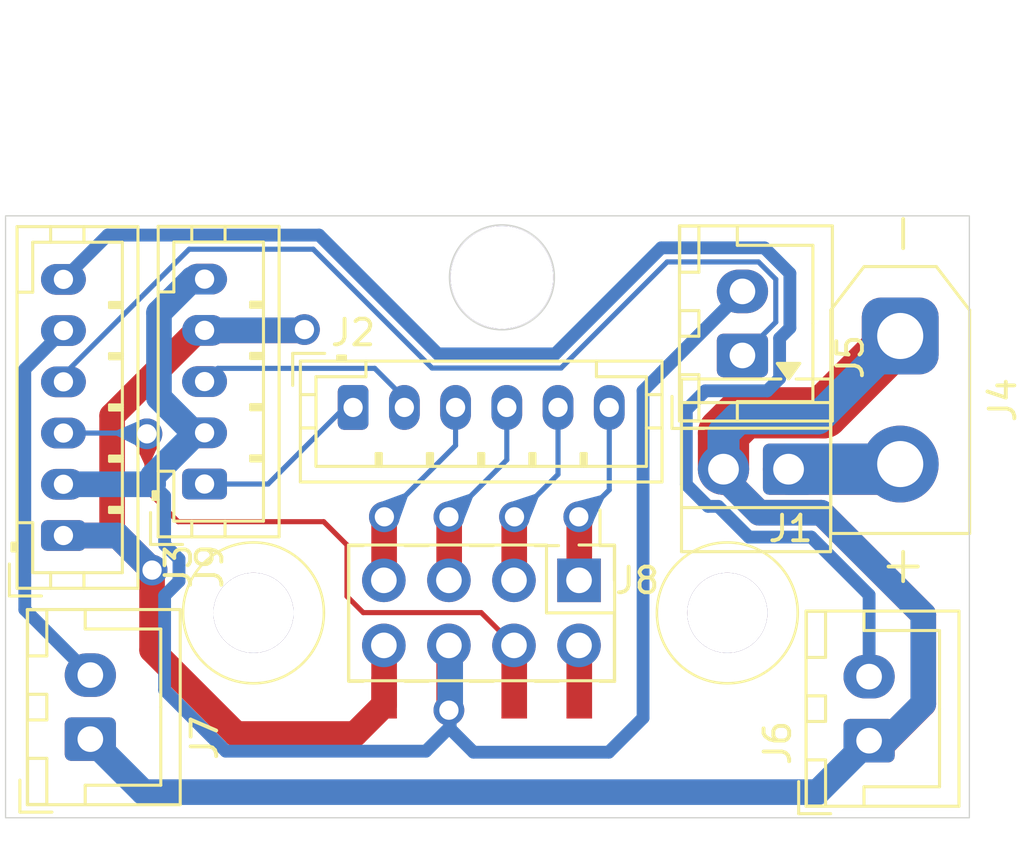
<source format=kicad_pcb>
(kicad_pcb (version 20241229) (generator "pcbnew") (generator_version "9.0")
  (title_block (title "JourneyMaker Toolhead PCB") (date "2025-09-10") (rev "0.5") (company "Colin Ng"))
  (layers (0 "F.Cu" signal) (2 "B.Cu" signal) (13 "F.Paste" user) (15 "B.Paste" user) (5 "F.SilkS" user "F.Silkscreen") (7 "B.SilkS" user "B.Silkscreen") (1 "F.Mask" user) (3 "B.Mask" user) (25 "Edge.Cuts" user))
  (net 0 "")
  (net 1 "Net-(J1-Pin_1)")
  (net 2 "Net-(J1-Pin_2)")
  (net 3 "Net-(J3-Pin_4)")
  (net 4 "Net-(J3-Pin_5)")
  (net 5 "Net-(J3-Pin_6)")
  (net 6 "Net-(J2-Pin_1)")
  (net 7 "Net-(J2-Pin_2)")
  (net 8 "Net-(J10-Pin_1)")
  (net 9 "Net-(J10-Pin_3)")
  (net 10 "Net-(J10-Pin_5)")
  (net 11 "Net-(J10-Pin_7)")
  (net 12 "Net-(J10-Pin_4)")
  (net 13 "Net-(J10-Pin_8)")
  (net 14 "Net-(J10-Pin_6)")
  (net 15 "Net-(J10-Pin_2)")
  (footprint "Connector_JST:JST_PH_B6B-PH-K_1x06_P2.00mm_Vertical" (layer "F.Cu") (at 100.33 62.48 90)
    (property "Reference" "J3" (at -1.21 4.49 90) (layer "F.SilkS"))
    (property "Value" "PicoC")
    (fp_line (start -1.11 -2.11) (end -2.36 -2.11) (stroke (width 0.12)) (layer "F.SilkS"))
    (fp_line (start -2.36 -2.11) (end -2.36 -0.86) (stroke (width 0.12)) (layer "F.SilkS"))
    (fp_line (start -0.3 -2.01) (end -0.6 -2.01) (stroke (width 0.12)) (layer "F.SilkS"))
    (fp_line (start -0.6 -2.01) (end -0.6 -1.81) (stroke (width 0.12)) (layer "F.SilkS"))
    (fp_line (start -0.3 -1.91) (end -0.6 -1.91) (stroke (width 0.12)) (layer "F.SilkS"))
    (fp_line (start 12.06 -1.81) (end -2.06 -1.81) (stroke (width 0.12)) (layer "F.SilkS"))
    (fp_line (start 0.5 -1.81) (end 0.5 -1.2) (stroke (width 0.12)) (layer "F.SilkS"))
    (fp_line (start -0.3 -1.81) (end -0.3 -2.01) (stroke (width 0.12)) (layer "F.SilkS"))
    (fp_line (start -2.06 -1.81) (end -2.06 2.91) (stroke (width 0.12)) (layer "F.SilkS"))
    (fp_line (start 11.45 -1.2) (end 9.5 -1.2) (stroke (width 0.12)) (layer "F.SilkS"))
    (fp_line (start 9.5 -1.2) (end 9.5 -1.81) (stroke (width 0.12)) (layer "F.SilkS"))
    (fp_line (start 0.5 -1.2) (end -1.45 -1.2) (stroke (width 0.12)) (layer "F.SilkS"))
    (fp_line (start -1.45 -1.2) (end -1.45 2.3) (stroke (width 0.12)) (layer "F.SilkS"))
    (fp_line (start 12.06 -0.5) (end 11.45 -0.5) (stroke (width 0.12)) (layer "F.SilkS"))
    (fp_line (start -2.06 -0.5) (end -1.45 -0.5) (stroke (width 0.12)) (layer "F.SilkS"))
    (fp_line (start 12.06 0.8) (end 11.45 0.8) (stroke (width 0.12)) (layer "F.SilkS"))
    (fp_line (start -2.06 0.8) (end -1.45 0.8) (stroke (width 0.12)) (layer "F.SilkS"))
    (fp_line (start 9.1 1.8) (end 9.1 2.3) (stroke (width 0.12)) (layer "F.SilkS"))
    (fp_line (start 8.9 1.8) (end 9.1 1.8) (stroke (width 0.12)) (layer "F.SilkS"))
    (fp_line (start 7.1 1.8) (end 7.1 2.3) (stroke (width 0.12)) (layer "F.SilkS"))
    (fp_line (start 6.9 1.8) (end 7.1 1.8) (stroke (width 0.12)) (layer "F.SilkS"))
    (fp_line (start 5.1 1.8) (end 5.1 2.3) (stroke (width 0.12)) (layer "F.SilkS"))
    (fp_line (start 4.9 1.8) (end 5.1 1.8) (stroke (width 0.12)) (layer "F.SilkS"))
    (fp_line (start 3.1 1.8) (end 3.1 2.3) (stroke (width 0.12)) (layer "F.SilkS"))
    (fp_line (start 2.9 1.8) (end 3.1 1.8) (stroke (width 0.12)) (layer "F.SilkS"))
    (fp_line (start 1.1 1.8) (end 1.1 2.3) (stroke (width 0.12)) (layer "F.SilkS"))
    (fp_line (start 0.9 1.8) (end 1.1 1.8) (stroke (width 0.12)) (layer "F.SilkS"))
    (fp_line (start 11.45 2.3) (end 11.45 -1.2) (stroke (width 0.12)) (layer "F.SilkS"))
    (fp_line (start 9 2.3) (end 9 1.8) (stroke (width 0.12)) (layer "F.SilkS"))
    (fp_line (start 8.9 2.3) (end 8.9 1.8) (stroke (width 0.12)) (layer "F.SilkS"))
    (fp_line (start 7 2.3) (end 7 1.8) (stroke (width 0.12)) (layer "F.SilkS"))
    (fp_line (start 6.9 2.3) (end 6.9 1.8) (stroke (width 0.12)) (layer "F.SilkS"))
    (fp_line (start 5 2.3) (end 5 1.8) (stroke (width 0.12)) (layer "F.SilkS"))
    (fp_line (start 4.9 2.3) (end 4.9 1.8) (stroke (width 0.12)) (layer "F.SilkS"))
    (fp_line (start 3 2.3) (end 3 1.8) (stroke (width 0.12)) (layer "F.SilkS"))
    (fp_line (start 2.9 2.3) (end 2.9 1.8) (stroke (width 0.12)) (layer "F.SilkS"))
    (fp_line (start 1 2.3) (end 1 1.8) (stroke (width 0.12)) (layer "F.SilkS"))
    (fp_line (start 0.9 2.3) (end 0.9 1.8) (stroke (width 0.12)) (layer "F.SilkS"))
    (fp_line (start -1.45 2.3) (end 11.45 2.3) (stroke (width 0.12)) (layer "F.SilkS"))
    (fp_line (start 12.06 2.91) (end 12.06 -1.81) (stroke (width 0.12)) (layer "F.SilkS"))
    (fp_line (start -2.06 2.91) (end 12.06 2.91) (stroke (width 0.12)) (layer "F.SilkS"))
    (pad "1" thru_hole roundrect (at 0 0 90) (size 1.2 1.75) (drill 0.75) (layers "*.Cu" "*.Mask") (roundrect_rratio 0.208333) (net 13 "Net-(J10-Pin_8)"))
    (pad "2" thru_hole oval (at 2 0 90) (size 1.2 1.75) (drill 0.75) (layers "*.Cu" "*.Mask") (net 14 "Net-(J10-Pin_6)"))
    (pad "3" thru_hole oval (at 4 0 90) (size 1.2 1.75) (drill 0.75) (layers "*.Cu" "*.Mask") (net 12 "Net-(J10-Pin_4)"))
    (pad "4" thru_hole oval (at 6 0 90) (size 1.2 1.75) (drill 0.75) (layers "*.Cu" "*.Mask") (net 3 "Net-(J3-Pin_4)"))
    (pad "5" thru_hole oval (at 8 0 90) (size 1.2 1.75) (drill 0.75) (layers "*.Cu" "*.Mask") (net 4 "Net-(J3-Pin_5)"))
    (pad "6" thru_hole oval (at 10 0 90) (size 1.2 1.75) (drill 0.75) (layers "*.Cu" "*.Mask") (net 5 "Net-(J3-Pin_6)"))
  )
  (footprint "Connector_PinHeader_2.54mm:PinHeader_2x04_P2.54mm_Vertical_SMD" (layer "F.Cu") (at 116.66 65.525 -90)
    (property "Reference" "J8" (at -1.285 -6.07 0) (layer "F.SilkS"))
    (property "Value" "IR/ADXL")
    (fp_line (start -2.65 5.19) (end 2.65 5.19) (stroke (width 0.12)) (layer "F.SilkS"))
    (fp_line (start -2.65 4.62) (end -2.65 5.19) (stroke (width 0.12)) (layer "F.SilkS"))
    (fp_line (start 2.65 4.62) (end 2.65 5.19) (stroke (width 0.12)) (layer "F.SilkS"))
    (fp_line (start -2.65 2.08) (end -2.65 3) (stroke (width 0.12)) (layer "F.SilkS"))
    (fp_line (start 2.65 2.08) (end 2.65 3) (stroke (width 0.12)) (layer "F.SilkS"))
    (fp_line (start -2.65 -0.46) (end -2.65 0.46) (stroke (width 0.12)) (layer "F.SilkS"))
    (fp_line (start 2.65 -0.46) (end 2.65 0.46) (stroke (width 0.12)) (layer "F.SilkS"))
    (fp_line (start -2.65 -3) (end -2.65 -2.08) (stroke (width 0.12)) (layer "F.SilkS"))
    (fp_line (start 2.65 -3) (end 2.65 -2.08) (stroke (width 0.12)) (layer "F.SilkS"))
    (fp_line (start -4.04 -4.62) (end -2.65 -4.62) (stroke (width 0.12)) (layer "F.SilkS"))
    (fp_line (start -2.65 -5.19) (end -2.65 -4.62) (stroke (width 0.12)) (layer "F.SilkS"))
    (fp_line (start -2.65 -5.19) (end 2.65 -5.19) (stroke (width 0.12)) (layer "F.SilkS"))
    (fp_line (start 2.65 -5.19) (end 2.65 -4.62) (stroke (width 0.12)) (layer "F.SilkS"))
    (pad "1" smd rect (at -2.525 -3.81 270) (size 3.15 1) (layers "F.Cu" "F.Mask" "F.Paste") (net 8 "Net-(J10-Pin_1)"))
    (pad "2" smd rect (at 2.525 -3.81 270) (size 3.15 1) (layers "F.Cu" "F.Mask" "F.Paste") (net 15 "Net-(J10-Pin_2)"))
    (pad "3" smd rect (at -2.525 -1.27 270) (size 3.15 1) (layers "F.Cu" "F.Mask" "F.Paste") (net 9 "Net-(J10-Pin_3)"))
    (pad "4" smd rect (at 2.525 -1.27 270) (size 3.15 1) (layers "F.Cu" "F.Mask" "F.Paste") (net 12 "Net-(J10-Pin_4)"))
    (pad "5" smd rect (at -2.525 1.27 270) (size 3.15 1) (layers "F.Cu" "F.Mask" "F.Paste") (net 10 "Net-(J10-Pin_5)"))
    (pad "6" smd rect (at 2.525 1.27 270) (size 3.15 1) (layers "F.Cu" "F.Mask" "F.Paste") (net 14 "Net-(J10-Pin_6)"))
    (pad "7" smd rect (at -2.525 3.81 270) (size 3.15 1) (layers "F.Cu" "F.Mask" "F.Paste") (net 11 "Net-(J10-Pin_7)"))
    (pad "8" smd rect (at 2.525 3.81 270) (size 3.15 1) (layers "F.Cu" "F.Mask" "F.Paste") (net 13 "Net-(J10-Pin_8)"))
  )
  (footprint "Connector_PinHeader_2.54mm:PinHeader_2x04_P2.54mm_Vertical" (layer "F.Cu") (at 120.46 64.23 -90)
    (property "Reference" "J10" (hide yes))
    (property "Value" "Conn_02x04_Odd_Even" (hide yes))
    (fp_line (start -1.38 9) (end 3.92 9) (stroke (width 0.12)) (layer "F.SilkS"))
    (fp_line (start -1.38 1.27) (end -1.38 9) (stroke (width 0.12)) (layer "F.SilkS"))
    (fp_line (start -1.38 1.27) (end 1.27 1.27) (stroke (width 0.12)) (layer "F.SilkS"))
    (fp_line (start 1.27 1.27) (end 1.27 -1.38) (stroke (width 0.12)) (layer "F.SilkS"))
    (fp_line (start -1.38 0) (end -1.38 -1.38) (stroke (width 0.12)) (layer "F.SilkS"))
    (fp_line (start -1.38 -1.38) (end 0 -1.38) (stroke (width 0.12)) (layer "F.SilkS"))
    (fp_line (start 1.27 -1.38) (end 3.92 -1.38) (stroke (width 0.12)) (layer "F.SilkS"))
    (fp_line (start 3.92 -1.38) (end 3.92 9) (stroke (width 0.12)) (layer "F.SilkS"))
    (pad "1" thru_hole rect (at 0 0 270) (size 1.7 1.7) (drill 1) (layers "*.Cu" "*.Mask") (net 8 "Net-(J10-Pin_1)"))
    (pad "2" thru_hole circle (at 2.54 0 270) (size 1.7 1.7) (drill 1) (layers "*.Cu" "*.Mask") (net 15 "Net-(J10-Pin_2)"))
    (pad "3" thru_hole circle (at 0 2.54 270) (size 1.7 1.7) (drill 1) (layers "*.Cu" "*.Mask") (net 9 "Net-(J10-Pin_3)"))
    (pad "4" thru_hole circle (at 2.54 2.54 270) (size 1.7 1.7) (drill 1) (layers "*.Cu" "*.Mask") (net 12 "Net-(J10-Pin_4)"))
    (pad "5" thru_hole circle (at 0 5.08 270) (size 1.7 1.7) (drill 1) (layers "*.Cu" "*.Mask") (net 10 "Net-(J10-Pin_5)"))
    (pad "6" thru_hole circle (at 2.54 5.08 270) (size 1.7 1.7) (drill 1) (layers "*.Cu" "*.Mask") (net 14 "Net-(J10-Pin_6)"))
    (pad "7" thru_hole circle (at 0 7.62 270) (size 1.7 1.7) (drill 1) (layers "*.Cu" "*.Mask") (net 11 "Net-(J10-Pin_7)"))
    (pad "8" thru_hole circle (at 2.54 7.62 270) (size 1.7 1.7) (drill 1) (layers "*.Cu" "*.Mask") (net 13 "Net-(J10-Pin_8)"))
  )
  (footprint "Connector_AMASS:AMASS_XT30UPB-F_1x02_P5.0mm_Vertical" (layer "F.Cu") (at 133 54.69 -90)
    (property "Reference" "J4" (at 2.5 -4 270) (layer "F.SilkS"))
    (property "Value" "Heater")
    (fp_line (start -1.01 2.71) (end 7.71 2.71) (stroke (width 0.12)) (layer "F.SilkS"))
    (fp_line (start -2.71 1.41) (end -1.01 2.71) (stroke (width 0.12)) (layer "F.SilkS"))
    (fp_line (start -2.71 -1.41) (end -2.71 1.41) (stroke (width 0.12)) (layer "F.SilkS"))
    (fp_line (start -2.71 -1.41) (end -1.01 -2.71) (stroke (width 0.12)) (layer "F.SilkS"))
    (fp_line (start -1.01 -2.71) (end 7.71 -2.71) (stroke (width 0.12)) (layer "F.SilkS"))
    (fp_line (start 7.71 -2.71) (end 7.71 2.71) (stroke (width 0.12)) (layer "F.SilkS"))
    (fp_text user "-" (at -4 0 270) (layer "F.SilkS") (effects (font (size 1.5 1.5))))
    (fp_text user "+" (at 9 0 270) (layer "F.SilkS") (effects (font (size 1.5 1.5))))
    (pad "1" thru_hole roundrect (at 0 0 270) (size 3 3) (drill 1.8) (layers "*.Cu" "*.Mask") (net 2 "Net-(J1-Pin_2)"))
    (pad "2" thru_hole circle (at 5 0 270) (size 3 3) (drill 1.8) (layers "*.Cu" "*.Mask") (net 1 "Net-(J1-Pin_1)"))
  )
  (footprint "Connector_JST:JST_PH_B5B-PH-K_1x05_P2.00mm_Vertical" (layer "F.Cu") (at 105.84 60.47 90)
    (property "Reference" "J9" (at -3.22 0.2 90) (layer "F.SilkS"))
    (property "Value" "MicroProbe")
    (fp_line (start -1.11 -2.11) (end -2.36 -2.11) (stroke (width 0.12)) (layer "F.SilkS"))
    (fp_line (start -2.36 -2.11) (end -2.36 -0.86) (stroke (width 0.12)) (layer "F.SilkS"))
    (fp_line (start -0.3 -2.01) (end -0.6 -2.01) (stroke (width 0.12)) (layer "F.SilkS"))
    (fp_line (start -0.6 -2.01) (end -0.6 -1.81) (stroke (width 0.12)) (layer "F.SilkS"))
    (fp_line (start -0.3 -1.91) (end -0.6 -1.91) (stroke (width 0.12)) (layer "F.SilkS"))
    (fp_line (start 10.06 -1.81) (end -2.06 -1.81) (stroke (width 0.12)) (layer "F.SilkS"))
    (fp_line (start 0.5 -1.81) (end 0.5 -1.2) (stroke (width 0.12)) (layer "F.SilkS"))
    (fp_line (start -0.3 -1.81) (end -0.3 -2.01) (stroke (width 0.12)) (layer "F.SilkS"))
    (fp_line (start -2.06 -1.81) (end -2.06 2.91) (stroke (width 0.12)) (layer "F.SilkS"))
    (fp_line (start 9.45 -1.2) (end 7.5 -1.2) (stroke (width 0.12)) (layer "F.SilkS"))
    (fp_line (start 7.5 -1.2) (end 7.5 -1.81) (stroke (width 0.12)) (layer "F.SilkS"))
    (fp_line (start 0.5 -1.2) (end -1.45 -1.2) (stroke (width 0.12)) (layer "F.SilkS"))
    (fp_line (start -1.45 -1.2) (end -1.45 2.3) (stroke (width 0.12)) (layer "F.SilkS"))
    (fp_line (start 10.06 -0.5) (end 9.45 -0.5) (stroke (width 0.12)) (layer "F.SilkS"))
    (fp_line (start -2.06 -0.5) (end -1.45 -0.5) (stroke (width 0.12)) (layer "F.SilkS"))
    (fp_line (start 10.06 0.8) (end 9.45 0.8) (stroke (width 0.12)) (layer "F.SilkS"))
    (fp_line (start -2.06 0.8) (end -1.45 0.8) (stroke (width 0.12)) (layer "F.SilkS"))
    (fp_line (start 7.1 1.8) (end 7.1 2.3) (stroke (width 0.12)) (layer "F.SilkS"))
    (fp_line (start 6.9 1.8) (end 7.1 1.8) (stroke (width 0.12)) (layer "F.SilkS"))
    (fp_line (start 5.1 1.8) (end 5.1 2.3) (stroke (width 0.12)) (layer "F.SilkS"))
    (fp_line (start 4.9 1.8) (end 5.1 1.8) (stroke (width 0.12)) (layer "F.SilkS"))
    (fp_line (start 3.1 1.8) (end 3.1 2.3) (stroke (width 0.12)) (layer "F.SilkS"))
    (fp_line (start 2.9 1.8) (end 3.1 1.8) (stroke (width 0.12)) (layer "F.SilkS"))
    (fp_line (start 1.1 1.8) (end 1.1 2.3) (stroke (width 0.12)) (layer "F.SilkS"))
    (fp_line (start 0.9 1.8) (end 1.1 1.8) (stroke (width 0.12)) (layer "F.SilkS"))
    (fp_line (start 9.45 2.3) (end 9.45 -1.2) (stroke (width 0.12)) (layer "F.SilkS"))
    (fp_line (start 7 2.3) (end 7 1.8) (stroke (width 0.12)) (layer "F.SilkS"))
    (fp_line (start 6.9 2.3) (end 6.9 1.8) (stroke (width 0.12)) (layer "F.SilkS"))
    (fp_line (start 5 2.3) (end 5 1.8) (stroke (width 0.12)) (layer "F.SilkS"))
    (fp_line (start 4.9 2.3) (end 4.9 1.8) (stroke (width 0.12)) (layer "F.SilkS"))
    (fp_line (start 3 2.3) (end 3 1.8) (stroke (width 0.12)) (layer "F.SilkS"))
    (fp_line (start 2.9 2.3) (end 2.9 1.8) (stroke (width 0.12)) (layer "F.SilkS"))
    (fp_line (start 1 2.3) (end 1 1.8) (stroke (width 0.12)) (layer "F.SilkS"))
    (fp_line (start 0.9 2.3) (end 0.9 1.8) (stroke (width 0.12)) (layer "F.SilkS"))
    (fp_line (start -1.45 2.3) (end 9.45 2.3) (stroke (width 0.12)) (layer "F.SilkS"))
    (fp_line (start 10.06 2.91) (end 10.06 -1.81) (stroke (width 0.12)) (layer "F.SilkS"))
    (fp_line (start -2.06 2.91) (end 10.06 2.91) (stroke (width 0.12)) (layer "F.SilkS"))
    (pad "1" thru_hole roundrect (at 0 0 90) (size 1.2 1.75) (drill 0.75) (layers "*.Cu" "*.Mask") (roundrect_rratio 0.208333) (net 6 "Net-(J2-Pin_1)"))
    (pad "2" thru_hole oval (at 2 0 90) (size 1.2 1.75) (drill 0.75) (layers "*.Cu" "*.Mask") (net 14 "Net-(J10-Pin_6)"))
    (pad "3" thru_hole oval (at 4 0 90) (size 1.2 1.75) (drill 0.75) (layers "*.Cu" "*.Mask") (net 7 "Net-(J2-Pin_2)"))
    (pad "4" thru_hole oval (at 6 0 90) (size 1.2 1.75) (drill 0.75) (layers "*.Cu" "*.Mask") (net 13 "Net-(J10-Pin_8)"))
    (pad "5" thru_hole oval (at 8 0 90) (size 1.2 1.75) (drill 0.75) (layers "*.Cu" "*.Mask") (net 14 "Net-(J10-Pin_6)"))
  )
  (footprint "TerminalBlock:TerminalBlock_Xinya_XY308-2.54-2P_1x02_P2.54mm_Horizontal" (layer "F.Cu") (at 128.64 59.89 180)
    (property "Reference" "J1" (at -0.08 -2.32 0) (layer "F.SilkS"))
    (property "Value" "PicoA")
    (fp_line (start 4.18 3.52) (end 0.3 3.52) (stroke (width 0.12)) (layer "F.SilkS"))
    (fp_line (start 4.18 -3.22) (end 4.18 3.52) (stroke (width 0.12)) (layer "F.SilkS"))
    (fp_line (start -0.3 3.52) (end -1.64 3.52) (stroke (width 0.12)) (layer "F.SilkS"))
    (fp_line (start -1.64 3.52) (end -1.64 -3.22) (stroke (width 0.12)) (layer "F.SilkS"))
    (fp_line (start -1.64 2.6) (end 4.18 2.6) (stroke (width 0.12)) (layer "F.SilkS"))
    (fp_line (start -1.64 1.6) (end 4.18 1.6) (stroke (width 0.12)) (layer "F.SilkS"))
    (fp_line (start -1.64 -1.5) (end 4.18 -1.5) (stroke (width 0.12)) (layer "F.SilkS"))
    (fp_line (start -1.64 -3.22) (end 4.18 -3.22) (stroke (width 0.12)) (layer "F.SilkS"))
    (fp_poly (pts (xy 0 3.52) (xy 0.44 4.13) (xy -0.44 4.13)) (stroke (width 0.12)) (fill yes) (layer "F.SilkS"))
    (pad "1" thru_hole roundrect (at 0 0 180) (size 2 2) (drill 1.2) (layers "*.Cu" "*.Mask") (roundrect_rratio 0.125) (net 1 "Net-(J1-Pin_1)"))
    (pad "2" thru_hole circle (at 2.54 0 180) (size 2 2) (drill 1.2) (layers "*.Cu" "*.Mask") (net 2 "Net-(J1-Pin_2)"))
  )
  (footprint "Connector_JST:JST_XH_B2B-XH-A_1x02_P2.50mm_Vertical" (layer "F.Cu") (at 126.84 55.45 90)
    (property "Reference" "J5" (at -0.06 4.21 270) (layer "F.SilkS"))
    (property "Value" "Thermistor")
    (fp_line (start -1.6 -2.75) (end -2.85 -2.75) (stroke (width 0.12)) (layer "F.SilkS"))
    (fp_line (start -2.85 -2.75) (end -2.85 -1.5) (stroke (width 0.12)) (layer "F.SilkS"))
    (fp_line (start 5.06 -2.46) (end -2.56 -2.46) (stroke (width 0.12)) (layer "F.SilkS"))
    (fp_line (start -2.56 -2.46) (end -2.56 3.51) (stroke (width 0.12)) (layer "F.SilkS"))
    (fp_line (start 5.05 -2.45) (end 3.25 -2.45) (stroke (width 0.12)) (layer "F.SilkS"))
    (fp_line (start 3.25 -2.45) (end 3.25 -1.7) (stroke (width 0.12)) (layer "F.SilkS"))
    (fp_line (start 1.75 -2.45) (end 0.75 -2.45) (stroke (width 0.12)) (layer "F.SilkS"))
    (fp_line (start 0.75 -2.45) (end 0.75 -1.7) (stroke (width 0.12)) (layer "F.SilkS"))
    (fp_line (start -0.75 -2.45) (end -2.55 -2.45) (stroke (width 0.12)) (layer "F.SilkS"))
    (fp_line (start -2.55 -2.45) (end -2.55 -1.7) (stroke (width 0.12)) (layer "F.SilkS"))
    (fp_line (start 5.05 -1.7) (end 5.05 -2.45) (stroke (width 0.12)) (layer "F.SilkS"))
    (fp_line (start 3.25 -1.7) (end 5.05 -1.7) (stroke (width 0.12)) (layer "F.SilkS"))
    (fp_line (start 1.75 -1.7) (end 1.75 -2.45) (stroke (width 0.12)) (layer "F.SilkS"))
    (fp_line (start 0.75 -1.7) (end 1.75 -1.7) (stroke (width 0.12)) (layer "F.SilkS"))
    (fp_line (start -0.75 -1.7) (end -0.75 -2.45) (stroke (width 0.12)) (layer "F.SilkS"))
    (fp_line (start -2.55 -1.7) (end -0.75 -1.7) (stroke (width 0.12)) (layer "F.SilkS"))
    (fp_line (start 5.05 -0.2) (end 4.3 -0.2) (stroke (width 0.12)) (layer "F.SilkS"))
    (fp_line (start 4.3 -0.2) (end 4.3 2.75) (stroke (width 0.12)) (layer "F.SilkS"))
    (fp_line (start -1.8 -0.2) (end -1.8 2.75) (stroke (width 0.12)) (layer "F.SilkS"))
    (fp_line (start -2.55 -0.2) (end -1.8 -0.2) (stroke (width 0.12)) (layer "F.SilkS"))
    (fp_line (start 4.3 2.75) (end 1.25 2.75) (stroke (width 0.12)) (layer "F.SilkS"))
    (fp_line (start -1.8 2.75) (end 1.25 2.75) (stroke (width 0.12)) (layer "F.SilkS"))
    (fp_line (start 5.06 3.51) (end 5.06 -2.46) (stroke (width 0.12)) (layer "F.SilkS"))
    (fp_line (start -2.56 3.51) (end 5.06 3.51) (stroke (width 0.12)) (layer "F.SilkS"))
    (pad "1" thru_hole roundrect (at 0 0 90) (size 1.7 2) (drill 1) (layers "*.Cu" "*.Mask") (roundrect_rratio 0.147059) (net 3 "Net-(J3-Pin_4)"))
    (pad "2" thru_hole oval (at 2.5 0 90) (size 1.7 2) (drill 1) (layers "*.Cu" "*.Mask") (net 14 "Net-(J10-Pin_6)"))
  )
  (footprint "Connector_JST:JST_PH_B6B-PH-K_1x06_P2.00mm_Vertical" (layer "F.Cu") (at 111.64 57.48)
    (property "Reference" "J2" (at 0 -2.92 180) (layer "F.SilkS"))
    (property "Value" "PicoB")
    (fp_line (start -2.36 -2.11) (end -2.36 -0.86) (stroke (width 0.12)) (layer "F.SilkS"))
    (fp_line (start -2.06 -1.81) (end -2.06 2.91) (stroke (width 0.12)) (layer "F.SilkS"))
    (fp_line (start -2.06 -0.5) (end -1.45 -0.5) (stroke (width 0.12)) (layer "F.SilkS"))
    (fp_line (start -2.06 0.8) (end -1.45 0.8) (stroke (width 0.12)) (layer "F.SilkS"))
    (fp_line (start -2.06 2.91) (end 12.06 2.91) (stroke (width 0.12)) (layer "F.SilkS"))
    (fp_line (start -1.45 -1.2) (end -1.45 2.3) (stroke (width 0.12)) (layer "F.SilkS"))
    (fp_line (start -1.45 2.3) (end 11.45 2.3) (stroke (width 0.12)) (layer "F.SilkS"))
    (fp_line (start -1.11 -2.11) (end -2.36 -2.11) (stroke (width 0.12)) (layer "F.SilkS"))
    (fp_line (start -0.6 -2.01) (end -0.6 -1.81) (stroke (width 0.12)) (layer "F.SilkS"))
    (fp_line (start -0.3 -2.01) (end -0.6 -2.01) (stroke (width 0.12)) (layer "F.SilkS"))
    (fp_line (start -0.3 -1.91) (end -0.6 -1.91) (stroke (width 0.12)) (layer "F.SilkS"))
    (fp_line (start -0.3 -1.81) (end -0.3 -2.01) (stroke (width 0.12)) (layer "F.SilkS"))
    (fp_line (start 0.5 -1.81) (end 0.5 -1.2) (stroke (width 0.12)) (layer "F.SilkS"))
    (fp_line (start 0.5 -1.2) (end -1.45 -1.2) (stroke (width 0.12)) (layer "F.SilkS"))
    (fp_line (start 0.9 1.8) (end 1.1 1.8) (stroke (width 0.12)) (layer "F.SilkS"))
    (fp_line (start 0.9 2.3) (end 0.9 1.8) (stroke (width 0.12)) (layer "F.SilkS"))
    (fp_line (start 1 2.3) (end 1 1.8) (stroke (width 0.12)) (layer "F.SilkS"))
    (fp_line (start 1.1 1.8) (end 1.1 2.3) (stroke (width 0.12)) (layer "F.SilkS"))
    (fp_line (start 2.9 1.8) (end 3.1 1.8) (stroke (width 0.12)) (layer "F.SilkS"))
    (fp_line (start 2.9 2.3) (end 2.9 1.8) (stroke (width 0.12)) (layer "F.SilkS"))
    (fp_line (start 3 2.3) (end 3 1.8) (stroke (width 0.12)) (layer "F.SilkS"))
    (fp_line (start 3.1 1.8) (end 3.1 2.3) (stroke (width 0.12)) (layer "F.SilkS"))
    (fp_line (start 4.9 1.8) (end 5.1 1.8) (stroke (width 0.12)) (layer "F.SilkS"))
    (fp_line (start 4.9 2.3) (end 4.9 1.8) (stroke (width 0.12)) (layer "F.SilkS"))
    (fp_line (start 5 2.3) (end 5 1.8) (stroke (width 0.12)) (layer "F.SilkS"))
    (fp_line (start 5.1 1.8) (end 5.1 2.3) (stroke (width 0.12)) (layer "F.SilkS"))
    (fp_line (start 6.9 1.8) (end 7.1 1.8) (stroke (width 0.12)) (layer "F.SilkS"))
    (fp_line (start 6.9 2.3) (end 6.9 1.8) (stroke (width 0.12)) (layer "F.SilkS"))
    (fp_line (start 7 2.3) (end 7 1.8) (stroke (width 0.12)) (layer "F.SilkS"))
    (fp_line (start 7.1 1.8) (end 7.1 2.3) (stroke (width 0.12)) (layer "F.SilkS"))
    (fp_line (start 8.9 1.8) (end 9.1 1.8) (stroke (width 0.12)) (layer "F.SilkS"))
    (fp_line (start 8.9 2.3) (end 8.9 1.8) (stroke (width 0.12)) (layer "F.SilkS"))
    (fp_line (start 9 2.3) (end 9 1.8) (stroke (width 0.12)) (layer "F.SilkS"))
    (fp_line (start 9.1 1.8) (end 9.1 2.3) (stroke (width 0.12)) (layer "F.SilkS"))
    (fp_line (start 9.5 -1.2) (end 9.5 -1.81) (stroke (width 0.12)) (layer "F.SilkS"))
    (fp_line (start 11.45 -1.2) (end 9.5 -1.2) (stroke (width 0.12)) (layer "F.SilkS"))
    (fp_line (start 11.45 2.3) (end 11.45 -1.2) (stroke (width 0.12)) (layer "F.SilkS"))
    (fp_line (start 12.06 -1.81) (end -2.06 -1.81) (stroke (width 0.12)) (layer "F.SilkS"))
    (fp_line (start 12.06 -0.5) (end 11.45 -0.5) (stroke (width 0.12)) (layer "F.SilkS"))
    (fp_line (start 12.06 0.8) (end 11.45 0.8) (stroke (width 0.12)) (layer "F.SilkS"))
    (fp_line (start 12.06 2.91) (end 12.06 -1.81) (stroke (width 0.12)) (layer "F.SilkS"))
    (pad "1" thru_hole roundrect (at 0 0) (size 1.2 1.75) (drill 0.75) (layers "*.Cu" "*.Mask") (roundrect_rratio 0.208333) (net 6 "Net-(J2-Pin_1)"))
    (pad "2" thru_hole oval (at 2 0) (size 1.2 1.75) (drill 0.75) (layers "*.Cu" "*.Mask") (net 7 "Net-(J2-Pin_2)"))
    (pad "3" thru_hole oval (at 4 0) (size 1.2 1.75) (drill 0.75) (layers "*.Cu" "*.Mask") (net 11 "Net-(J10-Pin_7)"))
    (pad "4" thru_hole oval (at 6 0) (size 1.2 1.75) (drill 0.75) (layers "*.Cu" "*.Mask") (net 10 "Net-(J10-Pin_5)"))
    (pad "5" thru_hole oval (at 8 0) (size 1.2 1.75) (drill 0.75) (layers "*.Cu" "*.Mask") (net 9 "Net-(J10-Pin_3)"))
    (pad "6" thru_hole oval (at 10 0) (size 1.2 1.75) (drill 0.75) (layers "*.Cu" "*.Mask") (net 8 "Net-(J10-Pin_1)"))
  )
  (footprint "Connector_JST:JST_XH_B2B-XH-A_1x02_P2.50mm_Vertical" (layer "F.Cu") (at 101.38 70.43 90)
    (property "Reference" "J7" (at 0.05 4.46 270) (layer "F.SilkS"))
    (property "Value" "Part Fan")
    (fp_line (start -1.6 -2.75) (end -2.85 -2.75) (stroke (width 0.12)) (layer "F.SilkS"))
    (fp_line (start -2.85 -2.75) (end -2.85 -1.5) (stroke (width 0.12)) (layer "F.SilkS"))
    (fp_line (start 5.06 -2.46) (end -2.56 -2.46) (stroke (width 0.12)) (layer "F.SilkS"))
    (fp_line (start -2.56 -2.46) (end -2.56 3.51) (stroke (width 0.12)) (layer "F.SilkS"))
    (fp_line (start 5.05 -2.45) (end 3.25 -2.45) (stroke (width 0.12)) (layer "F.SilkS"))
    (fp_line (start 3.25 -2.45) (end 3.25 -1.7) (stroke (width 0.12)) (layer "F.SilkS"))
    (fp_line (start 1.75 -2.45) (end 0.75 -2.45) (stroke (width 0.12)) (layer "F.SilkS"))
    (fp_line (start 0.75 -2.45) (end 0.75 -1.7) (stroke (width 0.12)) (layer "F.SilkS"))
    (fp_line (start -0.75 -2.45) (end -2.55 -2.45) (stroke (width 0.12)) (layer "F.SilkS"))
    (fp_line (start -2.55 -2.45) (end -2.55 -1.7) (stroke (width 0.12)) (layer "F.SilkS"))
    (fp_line (start 5.05 -1.7) (end 5.05 -2.45) (stroke (width 0.12)) (layer "F.SilkS"))
    (fp_line (start 3.25 -1.7) (end 5.05 -1.7) (stroke (width 0.12)) (layer "F.SilkS"))
    (fp_line (start 1.75 -1.7) (end 1.75 -2.45) (stroke (width 0.12)) (layer "F.SilkS"))
    (fp_line (start 0.75 -1.7) (end 1.75 -1.7) (stroke (width 0.12)) (layer "F.SilkS"))
    (fp_line (start -0.75 -1.7) (end -0.75 -2.45) (stroke (width 0.12)) (layer "F.SilkS"))
    (fp_line (start -2.55 -1.7) (end -0.75 -1.7) (stroke (width 0.12)) (layer "F.SilkS"))
    (fp_line (start 5.05 -0.2) (end 4.3 -0.2) (stroke (width 0.12)) (layer "F.SilkS"))
    (fp_line (start 4.3 -0.2) (end 4.3 2.75) (stroke (width 0.12)) (layer "F.SilkS"))
    (fp_line (start -1.8 -0.2) (end -1.8 2.75) (stroke (width 0.12)) (layer "F.SilkS"))
    (fp_line (start -2.55 -0.2) (end -1.8 -0.2) (stroke (width 0.12)) (layer "F.SilkS"))
    (fp_line (start 4.3 2.75) (end 1.25 2.75) (stroke (width 0.12)) (layer "F.SilkS"))
    (fp_line (start -1.8 2.75) (end 1.25 2.75) (stroke (width 0.12)) (layer "F.SilkS"))
    (fp_line (start 5.06 3.51) (end 5.06 -2.46) (stroke (width 0.12)) (layer "F.SilkS"))
    (fp_line (start -2.56 3.51) (end 5.06 3.51) (stroke (width 0.12)) (layer "F.SilkS"))
    (pad "1" thru_hole roundrect (at 0 0 90) (size 1.7 2) (drill 1) (layers "*.Cu" "*.Mask") (roundrect_rratio 0.147059) (net 2 "Net-(J1-Pin_2)"))
    (pad "2" thru_hole oval (at 2.5 0 90) (size 1.7 2) (drill 1) (layers "*.Cu" "*.Mask") (net 4 "Net-(J3-Pin_5)"))
  )
  (footprint "Connector_JST:JST_XH_B2B-XH-A_1x02_P2.50mm_Vertical" (layer "F.Cu") (at 131.785 70.49 90)
    (property "Reference" "J6" (at -0.09 -3.575 90) (layer "F.SilkS"))
    (property "Value" "Heatbreak Fan")
    (fp_line (start -1.6 -2.75) (end -2.85 -2.75) (stroke (width 0.12)) (layer "F.SilkS"))
    (fp_line (start -2.85 -2.75) (end -2.85 -1.5) (stroke (width 0.12)) (layer "F.SilkS"))
    (fp_line (start 5.06 -2.46) (end -2.56 -2.46) (stroke (width 0.12)) (layer "F.SilkS"))
    (fp_line (start -2.56 -2.46) (end -2.56 3.51) (stroke (width 0.12)) (layer "F.SilkS"))
    (fp_line (start 5.05 -2.45) (end 3.25 -2.45) (stroke (width 0.12)) (layer "F.SilkS"))
    (fp_line (start 3.25 -2.45) (end 3.25 -1.7) (stroke (width 0.12)) (layer "F.SilkS"))
    (fp_line (start 1.75 -2.45) (end 0.75 -2.45) (stroke (width 0.12)) (layer "F.SilkS"))
    (fp_line (start 0.75 -2.45) (end 0.75 -1.7) (stroke (width 0.12)) (layer "F.SilkS"))
    (fp_line (start -0.75 -2.45) (end -2.55 -2.45) (stroke (width 0.12)) (layer "F.SilkS"))
    (fp_line (start -2.55 -2.45) (end -2.55 -1.7) (stroke (width 0.12)) (layer "F.SilkS"))
    (fp_line (start 5.05 -1.7) (end 5.05 -2.45) (stroke (width 0.12)) (layer "F.SilkS"))
    (fp_line (start 3.25 -1.7) (end 5.05 -1.7) (stroke (width 0.12)) (layer "F.SilkS"))
    (fp_line (start 1.75 -1.7) (end 1.75 -2.45) (stroke (width 0.12)) (layer "F.SilkS"))
    (fp_line (start 0.75 -1.7) (end 1.75 -1.7) (stroke (width 0.12)) (layer "F.SilkS"))
    (fp_line (start -0.75 -1.7) (end -0.75 -2.45) (stroke (width 0.12)) (layer "F.SilkS"))
    (fp_line (start -2.55 -1.7) (end -0.75 -1.7) (stroke (width 0.12)) (layer "F.SilkS"))
    (fp_line (start 5.05 -0.2) (end 4.3 -0.2) (stroke (width 0.12)) (layer "F.SilkS"))
    (fp_line (start 4.3 -0.2) (end 4.3 2.75) (stroke (width 0.12)) (layer "F.SilkS"))
    (fp_line (start -1.8 -0.2) (end -1.8 2.75) (stroke (width 0.12)) (layer "F.SilkS"))
    (fp_line (start -2.55 -0.2) (end -1.8 -0.2) (stroke (width 0.12)) (layer "F.SilkS"))
    (fp_line (start 4.3 2.75) (end 1.25 2.75) (stroke (width 0.12)) (layer "F.SilkS"))
    (fp_line (start -1.8 2.75) (end 1.25 2.75) (stroke (width 0.12)) (layer "F.SilkS"))
    (fp_line (start 5.06 3.51) (end 5.06 -2.46) (stroke (width 0.12)) (layer "F.SilkS"))
    (fp_line (start -2.56 3.51) (end 5.06 3.51) (stroke (width 0.12)) (layer "F.SilkS"))
    (pad "1" thru_hole roundrect (at 0 0 90) (size 1.7 2) (drill 1) (layers "*.Cu" "*.Mask") (roundrect_rratio 0.147059) (net 2 "Net-(J1-Pin_2)"))
    (pad "2" thru_hole oval (at 2.5 0 90) (size 1.7 2) (drill 1) (layers "*.Cu" "*.Mask") (net 5 "Net-(J3-Pin_6)"))
  )
  (gr_circle (center 107.75 65.5) (end 110.5 65.5) (stroke (width 0.1)) (fill no) (layer "F.SilkS"))
  (gr_circle (center 126.25 65.5) (end 129 65.5) (stroke (width 0.1)) (fill no) (layer "F.SilkS"))
  (gr_circle (center 117.45 52.4) (end 119.5 52.4) (stroke (width 0.05)) (fill no) (layer "Edge.Cuts"))
  (gr_circle (center 126.25 65.5) (end 127.75 65.5) (stroke (width 0.05)) (fill no) (layer "Edge.Cuts"))
  (gr_circle (center 107.75 65.5) (end 109.25 65.5) (stroke (width 0.05)) (fill no) (layer "Edge.Cuts"))
  (gr_rect (start 98.07 50) (end 135.7 73.5) (stroke (width 0.05)) (fill no) (layer "Edge.Cuts"))
  (via (at 126.25 65.5) (size 3.126) (drill 3.125) (layers "F.Cu" "B.Cu") (net 0))
  (via (at 117.45 52.4) (size 4.001) (drill 4) (layers "F.Cu" "B.Cu") (net 0))
  (via (at 107.75 65.5) (size 3.126) (drill 3.125) (layers "F.Cu" "B.Cu") (net 0))
  (segment (start 128.64 59.89) (end 132.8 59.89) (width 2) (layer "F.Cu") (net 1))
  (segment (start 132.8 59.89) (end 133 59.69) (width 2) (layer "F.Cu") (net 1))
  (segment (start 132.88 59.69) (end 133 59.69) (width 2) (layer "F.Cu") (net 1))
  (segment (start 128.64 59.89) (end 132.8 59.89) (width 2) (layer "B.Cu") (net 1))
  (segment (start 132.8 59.89) (end 133 59.69) (width 2) (layer "B.Cu") (net 1))
  (segment (start 133 59.69) (end 132.81 59.69) (width 2) (layer "B.Cu") (net 1))
  (segment (start 133 54.69) (end 133 54.71) (width 1) (layer "F.Cu") (net 2))
  (segment (start 133 54.69) (end 133 55.06) (width 0.2) (layer "F.Cu") (net 2))
  (segment (start 133.9 69.06) (end 132.47 70.49) (width 1) (layer "F.Cu") (net 2))
  (segment (start 129.921 61.591) (end 133.9 65.57) (width 1) (layer "F.Cu") (net 2))
  (segment (start 133.9 65.57) (end 133.9 69.06) (width 1) (layer "F.Cu") (net 2))
  (segment (start 132.47 70.49) (end 131.785 70.49) (width 1) (layer "F.Cu") (net 2))
  (segment (start 126.1 58.475787) (end 126.886787 57.689) (width 2) (layer "F.Cu") (net 2))
  (segment (start 126.1 60.201844) (end 127.489156 61.591) (width 1) (layer "F.Cu") (net 2))
  (segment (start 130.001 57.689) (end 133 54.69) (width 2) (layer "F.Cu") (net 2))
  (segment (start 126.1 59.89) (end 126.1 58.475787) (width 2) (layer "F.Cu") (net 2))
  (segment (start 126.886787 57.689) (end 130.001 57.689) (width 2) (layer "F.Cu") (net 2))
  (segment (start 126.1 59.89) (end 126.1 60.201844) (width 1) (layer "F.Cu") (net 2))
  (segment (start 127.489156 61.591) (end 129.921 61.591) (width 1) (layer "F.Cu") (net 2))
  (segment (start 103.449 72.499) (end 101.38 70.43) (width 1) (layer "B.Cu") (net 2))
  (segment (start 131.785 70.49) (end 129.776 72.499) (width 1) (layer "B.Cu") (net 2))
  (segment (start 133.9 69.05) (end 132.46 70.49) (width 1) (layer "B.Cu") (net 2))
  (segment (start 127.488156 61.59) (end 129.92 61.59) (width 1) (layer "B.Cu") (net 2))
  (segment (start 126.1 58.475787) (end 126.669787 57.906) (width 1.25) (layer "B.Cu") (net 2))
  (segment (start 126.669787 57.906) (end 129.784 57.906) (width 1.25) (layer "B.Cu") (net 2))
  (segment (start 129.776 72.499) (end 103.449 72.499) (width 1) (layer "B.Cu") (net 2))
  (segment (start 132.46 70.49) (end 131.785 70.49) (width 1) (layer "B.Cu") (net 2))
  (segment (start 126.1 59.89) (end 126.1 60.201844) (width 1) (layer "B.Cu") (net 2))
  (segment (start 126.1 60.201844) (end 127.488156 61.59) (width 1) (layer "B.Cu") (net 2))
  (segment (start 129.92 61.59) (end 133.9 65.57) (width 1) (layer "B.Cu") (net 2))
  (segment (start 129.784 57.906) (end 133 54.69) (width 1.25) (layer "B.Cu") (net 2))
  (segment (start 126.1 59.89) (end 126.1 58.475787) (width 1.25) (layer "B.Cu") (net 2))
  (segment (start 133 54.69) (end 133 55.06) (width 0.2) (layer "B.Cu") (net 2))
  (segment (start 133.9 65.57) (end 133.9 69.05) (width 1) (layer "B.Cu") (net 2))
  (segment (start 126.61 55.22) (end 126.84 55.45) (width 0.5) (layer "B.Cu") (net 3))
  (segment (start 127.46676 51.799) (end 128.141 52.47324) (width 0.2) (layer "B.Cu") (net 3))
  (segment (start 128.141 54.149) (end 126.84 55.45) (width 0.2) (layer "B.Cu") (net 3))
  (segment (start 105.238 51.302) (end 110.082 51.302) (width 0.2) (layer "B.Cu") (net 3))
  (segment (start 128.141 52.47324) (end 128.141 54.149) (width 0.2) (layer "B.Cu") (net 3))
  (segment (start 100.33 56.48) (end 100.33 56.21) (width 0.2) (layer "B.Cu") (net 3))
  (segment (start 100.33 56.21) (end 105.238 51.302) (width 0.2) (layer "B.Cu") (net 3))
  (segment (start 119.758232 55.941) (end 123.900232 51.799) (width 0.2) (layer "B.Cu") (net 3))
  (segment (start 110.082 51.302) (end 114.721 55.941) (width 0.2) (layer "B.Cu") (net 3))
  (segment (start 123.900232 51.799) (end 127.46676 51.799) (width 0.2) (layer "B.Cu") (net 3))
  (segment (start 114.721 55.941) (end 119.758232 55.941) (width 0.2) (layer "B.Cu") (net 3))
  (segment (start 98.821 55.989) (end 98.821 65.371) (width 0.5) (layer "B.Cu") (net 4))
  (segment (start 100.33 54.48) (end 98.821 55.989) (width 0.5) (layer "B.Cu") (net 4))
  (segment (start 98.821 65.371) (end 101.38 67.93) (width 0.5) (layer "B.Cu") (net 4))
  (segment (start 100.33 52.48) (end 100.37 52.48) (width 0.5) (layer "F.Cu") (net 5))
  (segment (start 125.39 56.83) (end 124.649 57.571) (width 0.5) (layer "B.Cu") (net 5))
  (segment (start 124.649 57.571) (end 124.649 60.491024) (width 0.5) (layer "B.Cu") (net 5))
  (segment (start 128.692 54.377232) (end 128.291 54.778232) (width 0.5) (layer "B.Cu") (net 5))
  (segment (start 100.33 52.48) (end 102.059 50.751) (width 0.5) (layer "B.Cu") (net 5))
  (segment (start 114.949232 55.39) (end 119.53 55.39) (width 0.5) (layer "B.Cu") (net 5))
  (segment (start 128.291 56.347292) (end 127.808292 56.83) (width 0.5) (layer "B.Cu") (net 5))
  (segment (start 128.692 52.245008) (end 128.692 54.377232) (width 0.5) (layer "B.Cu") (net 5))
  (segment (start 110.310232 50.751) (end 114.949232 55.39) (width 0.5) (layer "B.Cu") (net 5))
  (segment (start 128.291 54.778232) (end 128.291 56.347292) (width 0.5) (layer "B.Cu") (net 5))
  (segment (start 127.808292 56.83) (end 125.39 56.83) (width 0.5) (layer "B.Cu") (net 5))
  (segment (start 127.094239 62.541) (end 129.526082 62.541) (width 0.5) (layer "B.Cu") (net 5))
  (segment (start 124.649 60.491024) (end 125.498976 61.341) (width 0.5) (layer "B.Cu") (net 5))
  (segment (start 119.53 55.39) (end 123.672 51.248) (width 0.5) (layer "B.Cu") (net 5))
  (segment (start 123.672 51.248) (end 127.694992 51.248) (width 0.5) (layer "B.Cu") (net 5))
  (segment (start 131.785 64.799918) (end 131.785 67.99) (width 0.5) (layer "B.Cu") (net 5))
  (segment (start 127.694992 51.248) (end 128.692 52.245008) (width 0.5) (layer "B.Cu") (net 5))
  (segment (start 125.498976 61.341) (end 125.894239 61.341) (width 0.5) (layer "B.Cu") (net 5))
  (segment (start 102.059 50.751) (end 110.310232 50.751) (width 0.5) (layer "B.Cu") (net 5))
  (segment (start 125.894239 61.341) (end 127.094239 62.541) (width 0.5) (layer "B.Cu") (net 5))
  (segment (start 129.526082 62.541) (end 131.785 64.799918) (width 0.5) (layer "B.Cu") (net 5))
  (segment (start 108.32 60.47) (end 105.84 60.47) (width 0.2) (layer "B.Cu") (net 6))
  (segment (start 111.64 57.48) (end 111.31 57.48) (width 0.2) (layer "B.Cu") (net 6))
  (segment (start 111.31 57.48) (end 108.32 60.47) (width 0.2) (layer "B.Cu") (net 6))
  (segment (start 113.64 57.11) (end 112.484 55.954) (width 0.2) (layer "B.Cu") (net 7))
  (segment (start 113.64 57.48) (end 113.64 57.11) (width 0.2) (layer "B.Cu") (net 7))
  (segment (start 106.356 55.954) (end 105.84 56.47) (width 0.2) (layer "B.Cu") (net 7))
  (segment (start 112.484 55.954) (end 106.356 55.954) (width 0.2) (layer "B.Cu") (net 7))
  (segment (start 120.693 63.997) (end 120.46 64.23) (width 0.2) (layer "F.Cu") (net 8))
  (segment (start 120.44 61.79) (end 120.44 62.524) (width 0.2) (layer "F.Cu") (net 8))
  (segment (start 120.46 61.77) (end 120.44 61.79) (width 0.2) (layer "F.Cu") (net 8))
  (segment (start 120.44 62.524) (end 120.693 62.777) (width 0.2) (layer "F.Cu") (net 8))
  (via (at 120.45 61.75) (size 1.2) (drill 0.75) (layers "F.Cu" "B.Cu") (net 8))
  (segment (start 120.46 61.77) (end 120.57 61.77) (width 0.2) (layer "B.Cu") (net 8))
  (segment (start 120.57 61.77) (end 121.64 60.7) (width 0.2) (layer "B.Cu") (net 8))
  (segment (start 121.64 60.7) (end 121.64 57.48) (width 0.2) (layer "B.Cu") (net 8))
  (segment (start 117.92 61.72) (end 117.911085 61.728915) (width 0.2) (layer "F.Cu") (net 9))
  (segment (start 117.911085 61.728915) (end 117.911085 62.981085) (width 0.2) (layer "F.Cu") (net 9))
  (segment (start 117.92 63.01) (end 117.92 64.23) (width 0.2) (layer "F.Cu") (net 9))
  (segment (start 117.911085 62.981085) (end 117.93 63) (width 0.2) (layer "F.Cu") (net 9))
  (via (at 117.94 61.75) (size 1.2) (drill 0.75) (layers "F.Cu" "B.Cu") (net 9))
  (segment (start 118.013152 61.72) (end 119.64 60.093152) (width 0.2) (layer "B.Cu") (net 9))
  (segment (start 117.92 61.72) (end 118.013152 61.72) (width 0.2) (layer "B.Cu") (net 9))
  (segment (start 119.64 60.093152) (end 119.64 57.48) (width 0.2) (layer "B.Cu") (net 9))
  (segment (start 115.34677 62.95677) (end 115.39 63) (width 0.2) (layer "F.Cu") (net 10))
  (segment (start 115.38 62.873) (end 115.38 64.23) (width 0.2) (layer "F.Cu") (net 10))
  (segment (start 115.34677 61.80323) (end 115.34677 62.95677) (width 0.2) (layer "F.Cu") (net 10))
  (segment (start 115.34677 61.80323) (end 115.34677 62.83977) (width 0.2) (layer "F.Cu") (net 10))
  (segment (start 115.34677 62.83977) (end 115.38 62.873) (width 0.2) (layer "F.Cu") (net 10))
  (segment (start 115.4 61.75) (end 115.34677 61.80323) (width 0.2) (layer "F.Cu") (net 10))
  (via (at 115.38 61.75) (size 1.2) (drill 0.75) (layers "F.Cu" "B.Cu") (net 10))
  (segment (start 117.64 59.528837) (end 117.64 57.48) (width 0.2) (layer "B.Cu") (net 10))
  (segment (start 115.4 61.75) (end 115.418837 61.75) (width 0.2) (layer "B.Cu") (net 10))
  (segment (start 115.418837 61.75) (end 117.64 59.528837) (width 0.2) (layer "B.Cu") (net 10))
  (segment (start 112.84 62.100057) (end 112.84 64.23) (width 0.2) (layer "F.Cu") (net 11))
  (via (at 112.86 61.75) (size 1.2) (drill 0.75) (layers "F.Cu" "B.Cu") (net 11))
  (segment (start 115.64 58.964522) (end 115.64 57.48) (width 0.2) (layer "B.Cu") (net 11))
  (segment (start 112.884522 61.72) (end 115.64 58.964522) (width 0.2) (layer "B.Cu") (net 11))
  (segment (start 112.86 61.72) (end 112.884522 61.72) (width 0.2) (layer "B.Cu") (net 11))
  (segment (start 111.4 64.855402) (end 112.034598 65.49) (width 0.2) (layer "F.Cu") (net 12))
  (segment (start 103.59 58.51) (end 103.59 60.72) (width 0.2) (layer "F.Cu") (net 12))
  (segment (start 104.81 61.94) (end 110.49 61.94) (width 0.2) (layer "F.Cu") (net 12))
  (segment (start 112.034598 65.49) (end 116.64 65.49) (width 0.2) (layer "F.Cu") (net 12))
  (segment (start 111.4 62.85) (end 111.4 64.855402) (width 0.2) (layer "F.Cu") (net 12))
  (segment (start 110.49 61.94) (end 111.4 62.85) (width 0.2) (layer "F.Cu") (net 12))
  (segment (start 103.59 60.72) (end 104.81 61.94) (width 0.2) (layer "F.Cu") (net 12))
  (segment (start 116.64 65.49) (end 117.92 66.77) (width 0.2) (layer "F.Cu") (net 12))
  (via (at 103.59 58.51) (size 1.2) (drill 0.75) (layers "F.Cu" "B.Cu") (net 12))
  (segment (start 103.16586 58.48) (end 100.33 58.48) (width 0.2) (layer "B.Cu") (net 12))
  (segment (start 103.19586 58.51) (end 103.16586 58.48) (width 0.2) (layer "B.Cu") (net 12))
  (segment (start 103.59 58.51) (end 103.19586 58.51) (width 0.2) (layer "B.Cu") (net 12))
  (segment (start 100.33 62.48) (end 102.44 62.48) (width 1) (layer "F.Cu") (net 13))
  (segment (start 103.79 63.83) (end 103.79 66.95) (width 1) (layer "F.Cu") (net 13))
  (segment (start 105.84 54.47) (end 109.71 54.47) (width 1) (layer "F.Cu") (net 13))
  (segment (start 109.71 54.47) (end 109.74 54.44) (width 1) (layer "F.Cu") (net 13))
  (segment (start 102.23 62.27) (end 102.44 62.48) (width 1) (layer "F.Cu") (net 13))
  (segment (start 105.84 54.47) (end 105.565 54.47) (width 1) (layer "F.Cu") (net 13))
  (segment (start 102.23 57.805) (end 102.23 62.27) (width 1) (layer "F.Cu") (net 13))
  (segment (start 112.85 69.09) (end 111.71 70.23) (width 1) (layer "F.Cu") (net 13))
  (segment (start 105.565 54.47) (end 102.23 57.805) (width 1) (layer "F.Cu") (net 13))
  (segment (start 102.44 62.48) (end 103.79 63.83) (width 1) (layer "F.Cu") (net 13))
  (segment (start 112.85 68.05) (end 112.85 69.09) (width 1) (layer "F.Cu") (net 13))
  (segment (start 107.07 70.23) (end 111.71 70.23) (width 1) (layer "F.Cu") (net 13))
  (segment (start 103.79 66.95) (end 107.07 70.23) (width 1) (layer "F.Cu") (net 13))
  (via (at 103.79 63.83) (size 1.2) (drill 0.75) (layers "F.Cu" "B.Cu") (net 13))
  (via (at 109.74 54.44) (size 1.2) (drill 0.75) (layers "F.Cu" "B.Cu") (net 13))
  (segment (start 100.33 62.48) (end 102.44 62.48) (width 1) (layer "B.Cu") (net 13))
  (segment (start 109.71 54.47) (end 109.74 54.44) (width 0.5) (layer "B.Cu") (net 13))
  (segment (start 102.44 62.48) (end 103.79 63.83) (width 1) (layer "B.Cu") (net 13))
  (segment (start 105.84 54.47) (end 109.71 54.47) (width 1) (layer "B.Cu") (net 13))
  (segment (start 126.54 53.25) (end 126.84 52.95) (width 0.5) (layer "F.Cu") (net 14))
  (via (at 115.38 69.3) (size 1.2) (drill 0.75) (layers "F.Cu" "B.Cu") (net 14))
  (segment (start 122.96 69.6) (end 121.62 70.94) (width 0.5) (layer "B.Cu") (net 14))
  (segment (start 105.43 58.47) (end 104.06 57.1) (width 1) (layer "B.Cu") (net 14))
  (segment (start 115.43 69.25) (end 115.43 66.82) (width 1) (layer "B.Cu") (net 14))
  (segment (start 104.28 62.833661) (end 104.28 60.93) (width 0.5) (layer "B.Cu") (net 14))
  (segment (start 115.43 66.82) (end 115.38 66.77) (width 1) (layer "B.Cu") (net 14))
  (segment (start 103.83 60.153156) (end 105.513156 58.47) (width 1) (layer "B.Cu") (net 14))
  (segment (start 104.28 64.826339) (end 104.841 64.265339) (width 0.5) (layer "B.Cu") (net 14))
  (segment (start 114.48 70.9) (end 106.67 70.9) (width 0.5) (layer "B.Cu") (net 14))
  (segment (start 104.28 60.93) (end 103.83 60.48) (width 0.5) (layer "B.Cu") (net 14))
  (segment (start 122.96 56.83) (end 122.96 69.6) (width 0.5) (layer "B.Cu") (net 14))
  (segment (start 123.65 56.14) (end 126.84 52.95) (width 0.5) (layer "B.Cu") (net 14))
  (segment (start 121.62 70.94) (end 116.34 70.94) (width 0.5) (layer "B.Cu") (net 14))
  (segment (start 104.06 57.1) (end 104.06 53.78) (width 1) (layer "B.Cu") (net 14))
  (segment (start 100.33 60.48) (end 103.24 60.48) (width 0.5) (layer "B.Cu") (net 14))
  (segment (start 100.33 60.48) (end 103.83 60.48) (width 1) (layer "B.Cu") (net 14))
  (segment (start 105.37 52.47) (end 105.84 52.47) (width 1) (layer "B.Cu") (net 14))
  (segment (start 105.84 52.47) (end 106.47 52.47) (width 0.5) (layer "B.Cu") (net 14))
  (segment (start 104.28 68.51) (end 104.28 64.826339) (width 0.5) (layer "B.Cu") (net 14))
  (segment (start 105.84 58.47) (end 105.43 58.47) (width 1) (layer "B.Cu") (net 14))
  (segment (start 115.38 69.3) (end 115.43 69.35) (width 0.5) (layer "B.Cu") (net 14))
  (segment (start 103.83 60.48) (end 103.83 60.153156) (width 1) (layer "B.Cu") (net 14))
  (segment (start 106.67 70.9) (end 104.28 68.51) (width 0.5) (layer "B.Cu") (net 14))
  (segment (start 115.38 69.3) (end 115.43 69.25) (width 1) (layer "B.Cu") (net 14))
  (segment (start 104.841 63.394661) (end 104.28 62.833661) (width 0.5) (layer "B.Cu") (net 14))
  (segment (start 104.841 64.265339) (end 104.841 63.394661) (width 0.5) (layer "B.Cu") (net 14))
  (segment (start 115.43 69.35) (end 115.43 69.95) (width 0.5) (layer "B.Cu") (net 14))
  (segment (start 126.84 52.95) (end 122.96 56.83) (width 0.5) (layer "B.Cu") (net 14))
  (segment (start 105.513156 58.47) (end 105.84 58.47) (width 1) (layer "B.Cu") (net 14))
  (segment (start 115.43 69.95) (end 114.48 70.9) (width 0.5) (layer "B.Cu") (net 14))
  (segment (start 116.34 70.94) (end 115.38 69.98) (width 0.5) (layer "B.Cu") (net 14))
  (segment (start 104.06 53.78) (end 105.37 52.47) (width 1) (layer "B.Cu") (net 14))
)
</source>
